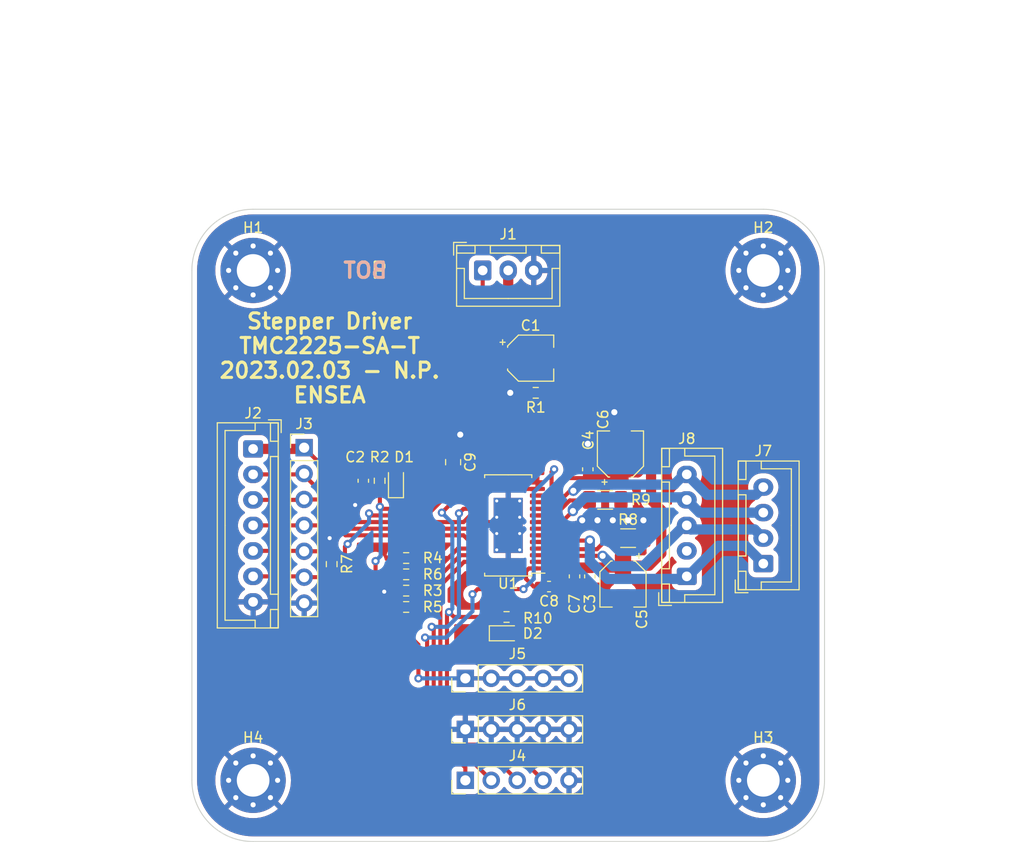
<source format=kicad_pcb>
(kicad_pcb (version 20211014) (generator pcbnew)
  (layers (0 "F.Cu" signal) (31 "B.Cu" signal) (34 "B.Paste" user) (35 "F.Paste" user) (36 "B.SilkS" user "B.Silkscreen") (37 "F.SilkS" user "F.Silkscreen") (38 "B.Mask" user) (39 "F.Mask" user) (44 "Edge.Cuts" user))
  (net 0 "")
  (net 1 "VCC")
  (net 2 "Net-(C1-Pad2)")
  (net 3 "+3.3V")
  (net 4 "GND")
  (net 5 "Net-(C8-Pad1)")
  (net 6 "Net-(C8-Pad2)")
  (net 7 "Net-(D1-Pad2)")
  (net 8 "Net-(D2-Pad2)")
  (net 9 "DIR")
  (net 10 "STEP")
  (net 11 "CLK")
  (net 12 "UART_TX")
  (net 13 "UART_RX")
  (net 14 "VREF")
  (net 15 "SPREAD")
  (net 16 "INDEX")
  (net 17 "DIAG")
  (net 20 "OA1")
  (net 21 "OA2")
  (net 22 "OB1")
  (net 23 "VCP")
  (net 24 "5VOUT")
  (net 25 "MS1")
  (net 26 "MS2")
  (net 27 "BRA")
  (net 28 "BRB")
  (net 29 "OB2")
  (footprint "Capacitor_SMD:C_0603_1608Metric_Pad1.08x0.95mm_HandSolder" (layer "F.Cu") (at 62.8 49.5 90)
    (fp_text reference "C4" (at 2.85 0.05 90) (layer "F.SilkS"))
    (fp_text value "100nF")
    (pad "1" smd roundrect (at -0.8625 0 90) (size 1.075 0.95) (layers "F.Cu" "F.Paste" "F.Mask") (net 1 "VCC"))
    (pad "2" smd roundrect (at 0.8625 0 90) (size 1.075 0.95) (layers "F.Cu" "F.Paste" "F.Mask") (net 4 "GND"))
  )
  (footprint "MountingHole:MountingHole_3.2mm_M3_Pad_Via" (layer "F.Cu") (at 80 80)
    (fp_text reference "H3" (at 0 -4.2) (layer "F.SilkS"))
    (fp_text value "MountingHole_Pad")
    (pad "1" thru_hole circle (at 0 -2.4) (size 0.8 0.8) (drill 0.5) (layers *.Cu *.Mask) (net 4 "GND"))
    (pad "1" thru_hole circle (at -1.697056 -1.697056) (size 0.8 0.8) (drill 0.5) (layers *.Cu *.Mask) (net 4 "GND"))
    (pad "1" thru_hole circle (at 1.697056 -1.697056) (size 0.8 0.8) (drill 0.5) (layers *.Cu *.Mask) (net 4 "GND"))
    (pad "1" thru_hole circle (at 1.697056 1.697056) (size 0.8 0.8) (drill 0.5) (layers *.Cu *.Mask) (net 4 "GND"))
    (pad "1" thru_hole circle (at 0 2.4) (size 0.8 0.8) (drill 0.5) (layers *.Cu *.Mask) (net 4 "GND"))
    (pad "1" thru_hole circle (at 0 0) (size 6.4 6.4) (drill 3.2) (layers *.Cu *.Mask) (net 4 "GND"))
    (pad "1" thru_hole circle (at -2.4 0) (size 0.8 0.8) (drill 0.5) (layers *.Cu *.Mask) (net 4 "GND"))
    (pad "1" thru_hole circle (at -1.697056 1.697056) (size 0.8 0.8) (drill 0.5) (layers *.Cu *.Mask) (net 4 "GND"))
    (pad "1" thru_hole circle (at 2.4 0) (size 0.8 0.8) (drill 0.5) (layers *.Cu *.Mask) (net 4 "GND"))
  )
  (footprint "Connector_PinHeader_2.54mm:PinHeader_1x07_P2.54mm_Vertical" (layer "F.Cu") (at 35 47.38)
    (fp_text reference "J3" (at 0 -2.33) (layer "F.SilkS"))
    (fp_text value "Conn_01x07")
    (pad "1" thru_hole rect (at 0 0) (size 1.7 1.7) (drill 1) (layers *.Cu *.Mask) (net 3 "+3.3V"))
    (pad "2" thru_hole oval (at 0 2.54) (size 1.7 1.7) (drill 1) (layers *.Cu *.Mask) (net 9 "DIR"))
    (pad "3" thru_hole oval (at 0 5.08) (size 1.7 1.7) (drill 1) (layers *.Cu *.Mask) (net 10 "STEP"))
    (pad "4" thru_hole oval (at 0 7.62) (size 1.7 1.7) (drill 1) (layers *.Cu *.Mask) (net 11 "CLK"))
    (pad "5" thru_hole oval (at 0 10.16) (size 1.7 1.7) (drill 1) (layers *.Cu *.Mask) (net 12 "UART_TX"))
    (pad "6" thru_hole oval (at 0 12.7) (size 1.7 1.7) (drill 1) (layers *.Cu *.Mask) (net 13 "UART_RX"))
    (pad "7" thru_hole oval (at 0 15.24) (size 1.7 1.7) (drill 1) (layers *.Cu *.Mask) (net 4 "GND"))
  )
  (footprint "Connector_PinHeader_2.54mm:PinHeader_1x05_P2.54mm_Vertical" (layer "F.Cu") (at 50.8 75 90)
    (fp_text reference "J6" (at 2.4 5.1 180) (layer "F.SilkS"))
    (fp_text value "Conn_01x05")
    (pad "1" thru_hole rect (at 0 0 90) (size 1.7 1.7) (drill 1) (layers *.Cu *.Mask) (net 4 "GND"))
    (pad "2" thru_hole oval (at 0 2.54 90) (size 1.7 1.7) (drill 1) (layers *.Cu *.Mask) (net 4 "GND"))
    (pad "3" thru_hole oval (at 0 5.08 90) (size 1.7 1.7) (drill 1) (layers *.Cu *.Mask) (net 4 "GND"))
    (pad "4" thru_hole oval (at 0 7.62 90) (size 1.7 1.7) (drill 1) (layers *.Cu *.Mask) (net 4 "GND"))
    (pad "5" thru_hole oval (at 0 10.16 90) (size 1.7 1.7) (drill 1) (layers *.Cu *.Mask) (net 4 "GND"))
  )
  (footprint "Resistor_SMD:R_0603_1608Metric_Pad0.98x0.95mm_HandSolder" (layer "F.Cu") (at 57.7 42 180)
    (fp_text reference "R1" (at 0 -1.43) (layer "F.SilkS"))
    (fp_text value "110m")
    (pad "1" smd roundrect (at -0.9125 0 180) (size 0.975 0.95) (layers "F.Cu" "F.Paste" "F.Mask") (net 2 "Net-(C1-Pad2)"))
    (pad "2" smd roundrect (at 0.9125 0 180) (size 0.975 0.95) (layers "F.Cu" "F.Paste" "F.Mask") (net 4 "GND"))
  )
  (footprint "Resistor_SMD:R_0603_1608Metric_Pad0.98x0.95mm_HandSolder" (layer "F.Cu") (at 42.4 50.625 90)
    (fp_text reference "R2" (at 2.325 0 180) (layer "F.SilkS"))
    (fp_text value "1k")
    (pad "1" smd roundrect (at -0.9125 0 90) (size 0.975 0.95) (layers "F.Cu" "F.Paste" "F.Mask") (net 3 "+3.3V"))
    (pad "2" smd roundrect (at 0.9125 0 90) (size 0.975 0.95) (layers "F.Cu" "F.Paste" "F.Mask") (net 7 "Net-(D1-Pad2)"))
  )
  (footprint "Resistor_SMD:R_0603_1608Metric_Pad0.98x0.95mm_HandSolder" (layer "F.Cu") (at 45 61.4)
    (fp_text reference "R6" (at 2.6 -1.6) (layer "F.SilkS"))
    (fp_text value "0R")
    (pad "1" smd roundrect (at -0.9125 0) (size 0.975 0.95) (layers "F.Cu" "F.Paste" "F.Mask") (net 4 "GND"))
    (pad "2" smd roundrect (at 0.9125 0) (size 0.975 0.95) (layers "F.Cu" "F.Paste" "F.Mask") (net 26 "MS2"))
  )
  (footprint "Capacitor_SMD:C_0603_1608Metric_Pad1.08x0.95mm_HandSolder" (layer "F.Cu") (at 59 61 180)
    (fp_text reference "C8" (at 0 -1.43) (layer "F.SilkS"))
    (fp_text value "22nF")
    (pad "1" smd roundrect (at -0.8625 0 180) (size 1.075 0.95) (layers "F.Cu" "F.Paste" "F.Mask") (net 5 "Net-(C8-Pad1)"))
    (pad "2" smd roundrect (at 0.8625 0 180) (size 1.075 0.95) (layers "F.Cu" "F.Paste" "F.Mask") (net 6 "Net-(C8-Pad2)"))
  )
  (footprint "MountingHole:MountingHole_3.2mm_M3_Pad_Via" (layer "F.Cu") (at 80 30)
    (fp_text reference "H2" (at 0 -4.2) (layer "F.SilkS"))
    (fp_text value "MountingHole_Pad")
    (pad "1" thru_hole circle (at -2.4 0) (size 0.8 0.8) (drill 0.5) (layers *.Cu *.Mask) (net 4 "GND"))
    (pad "1" thru_hole circle (at 2.4 0) (size 0.8 0.8) (drill 0.5) (layers *.Cu *.Mask) (net 4 "GND"))
    (pad "1" thru_hole circle (at -1.697056 1.697056) (size 0.8 0.8) (drill 0.5) (layers *.Cu *.Mask) (net 4 "GND"))
    (pad "1" thru_hole circle (at 1.697056 -1.697056) (size 0.8 0.8) (drill 0.5) (layers *.Cu *.Mask) (net 4 "GND"))
    (pad "1" thru_hole circle (at -1.697056 -1.697056) (size 0.8 0.8) (drill 0.5) (layers *.Cu *.Mask) (net 4 "GND"))
    (pad "1" thru_hole circle (at 1.697056 1.697056) (size 0.8 0.8) (drill 0.5) (layers *.Cu *.Mask) (net 4 "GND"))
    (pad "1" thru_hole circle (at 0 -2.4) (size 0.8 0.8) (drill 0.5) (layers *.Cu *.Mask) (net 4 "GND"))
    (pad "1" thru_hole circle (at 0 0) (size 6.4 6.4) (drill 3.2) (layers *.Cu *.Mask) (net 4 "GND"))
    (pad "1" thru_hole circle (at 0 2.4) (size 0.8 0.8) (drill 0.5) (layers *.Cu *.Mask) (net 4 "GND"))
  )
  (footprint "Resistor_SMD:R_0603_1608Metric_Pad0.98x0.95mm_HandSolder" (layer "F.Cu") (at 45 63 180)
    (fp_text reference "R5" (at -2.6 0) (layer "F.SilkS"))
    (fp_text value "0R")
    (pad "1" smd roundrect (at -0.9125 0 180) (size 0.975 0.95) (layers "F.Cu" "F.Paste" "F.Mask") (net 26 "MS2"))
    (pad "2" smd roundrect (at 0.9125 0 180) (size 0.975 0.95) (layers "F.Cu" "F.Paste" "F.Mask") (net 3 "+3.3V"))
  )
  (footprint "Capacitor_SMD:C_0603_1608Metric_Pad1.08x0.95mm_HandSolder" (layer "F.Cu") (at 61.5 60 -90)
    (fp_text reference "C7" (at 2.7 0 90) (layer "F.SilkS"))
    (fp_text value "100nF")
    (pad "1" smd roundrect (at -0.8625 0 270) (size 1.075 0.95) (layers "F.Cu" "F.Paste" "F.Mask") (net 1 "VCC"))
    (pad "2" smd roundrect (at 0.8625 0 270) (size 1.075 0.95) (layers "F.Cu" "F.Paste" "F.Mask") (net 23 "VCP"))
  )
  (footprint "Resistor_SMD:R_0603_1608Metric_Pad0.98x0.95mm_HandSolder" (layer "F.Cu") (at 45 59.8 180)
    (fp_text reference "R3" (at -2.6 -1.6) (layer "F.SilkS"))
    (fp_text value "0R")
    (pad "1" smd roundrect (at -0.9125 0 180) (size 0.975 0.95) (layers "F.Cu" "F.Paste" "F.Mask") (net 25 "MS1"))
    (pad "2" smd roundrect (at 0.9125 0 180) (size 0.975 0.95) (layers "F.Cu" "F.Paste" "F.Mask") (net 3 "+3.3V"))
  )
  (footprint "Capacitor_SMD:CP_Elec_4x5.7" (layer "F.Cu") (at 57.2 38.6)
    (fp_text reference "C1" (at 0 -3.2) (layer "F.SilkS"))
    (fp_text value "10uF")
    (pad "1" smd roundrect (at -1.8 0) (size 2.6 1.6) (layers "F.Cu" "F.Paste" "F.Mask") (roundrect_rratio 0.15625) (net 1 "VCC"))
    (pad "2" smd roundrect (at 1.8 0) (size 2.6 1.6) (layers "F.Cu" "F.Paste" "F.Mask") (roundrect_rratio 0.15625) (net 2 "Net-(C1-Pad2)"))
  )
  (footprint "Connector_PinHeader_2.54mm:PinHeader_1x05_P2.54mm_Vertical" (layer "F.Cu") (at 50.8 80 90)
    (fp_text reference "J4" (at 2.4 5.1) (layer "F.SilkS"))
    (fp_text value "Conn_01x05")
    (pad "1" thru_hole rect (at 0 0 90) (size 1.7 1.7) (drill 1) (layers *.Cu *.Mask) (net 14 "VREF"))
    (pad "2" thru_hole oval (at 0 2.54 90) (size 1.7 1.7) (drill 1) (layers *.Cu *.Mask) (net 15 "SPREAD"))
    (pad "3" thru_hole oval (at 0 5.08 90) (size 1.7 1.7) (drill 1) (layers *.Cu *.Mask) (net 16 "INDEX"))
    (pad "4" thru_hole oval (at 0 7.62 90) (size 1.7 1.7) (drill 1) (layers *.Cu *.Mask) (net 17 "DIAG"))
    (pad "5" thru_hole oval (at 0 10.16 90) (size 1.7 1.7) (drill 1) (layers *.Cu *.Mask) (net 4 "GND"))
  )
  (footprint "Connector_PinHeader_2.54mm:PinHeader_1x05_P2.54mm_Vertical" (layer "F.Cu") (at 50.8 70 90)
    (fp_text reference "J5" (at 2.4 5.1 180) (layer "F.SilkS"))
    (fp_text value "Conn_01x05")
    (pad "1" thru_hole rect (at 0 0 90) (size 1.7 1.7) (drill 1) (layers *.Cu *.Mask) (net 3 "+3.3V"))
    (pad "2" thru_hole oval (at 0 2.54 90) (size 1.7 1.7) (drill 1) (layers *.Cu *.Mask) (net 3 "+3.3V"))
    (pad "3" thru_hole oval (at 0 5.08 90) (size 1.7 1.7) (drill 1) (layers *.Cu *.Mask) (net 3 "+3.3V"))
    (pad "4" thru_hole oval (at 0 7.62 90) (size 1.7 1.7) (drill 1) (layers *.Cu *.Mask) (net 3 "+3.3V"))
    (pad "5" thru_hole oval (at 0 10.16 90) (size 1.7 1.7) (drill 1) (layers *.Cu *.Mask) (net 3 "+3.3V"))
  )
  (footprint "MountingHole:MountingHole_3.2mm_M3_Pad_Via" (layer "F.Cu") (at 30 80)
    (fp_text reference "H4" (at 0 -4.2) (layer "F.SilkS"))
    (fp_text value "MountingHole_Pad")
    (pad "1" thru_hole circle (at -1.697056 1.697056) (size 0.8 0.8) (drill 0.5) (layers *.Cu *.Mask) (net 4 "GND"))
    (pad "1" thru_hole circle (at -2.4 0) (size 0.8 0.8) (drill 0.5) (layers *.Cu *.Mask) (net 4 "GND"))
    (pad "1" thru_hole circle (at 0 -2.4) (size 0.8 0.8) (drill 0.5) (layers *.Cu *.Mask) (net 4 "GND"))
    (pad "1" thru_hole circle (at 0 0) (size 6.4 6.4) (drill 3.2) (layers *.Cu *.Mask) (net 4 "GND"))
    (pad "1" thru_hole circle (at 1.697056 -1.697056) (size 0.8 0.8) (drill 0.5) (layers *.Cu *.Mask) (net 4 "GND"))
    (pad "1" thru_hole circle (at 0 2.4) (size 0.8 0.8) (drill 0.5) (layers *.Cu *.Mask) (net 4 "GND"))
    (pad "1" thru_hole circle (at -1.697056 -1.697056) (size 0.8 0.8) (drill 0.5) (layers *.Cu *.Mask) (net 4 "GND"))
    (pad "1" thru_hole circle (at 2.4 0) (size 0.8 0.8) (drill 0.5) (layers *.Cu *.Mask) (net 4 "GND"))
    (pad "1" thru_hole circle (at 1.697056 1.697056) (size 0.8 0.8) (drill 0.5) (layers *.Cu *.Mask) (net 4 "GND"))
  )
  (footprint "Resistor_SMD:R_0603_1608Metric_Pad0.98x0.95mm_HandSolder" (layer "F.Cu") (at 37.7 58.8 90)
    (fp_text reference "R7" (at 0 1.5 90) (layer "F.SilkS"))
    (fp_text value "1k")
    (pad "1" smd roundrect (at -0.9125 0 90) (size 0.975 0.95) (layers "F.Cu" "F.Paste" "F.Mask") (net 13 "UART_RX"))
    (pad "2" smd roundrect (at 0.9125 0 90) (size 0.975 0.95) (layers "F.Cu" "F.Paste" "F.Mask") (net 12 "UART_TX"))
  )
  (footprint "Capacitor_SMD:CP_Elec_4x5.7" (layer "F.Cu") (at 66 48 90)
    (fp_text reference "C6" (at 3.4 -1.7 90) (layer "F.SilkS"))
    (fp_text value "10uF")
    (pad "1" smd roundrect (at -1.8 0 90) (size 2.6 1.6) (layers "F.Cu" "F.Paste" "F.Mask") (roundrect_rratio 0.15625) (net 1 "VCC"))
    (pad "2" smd roundrect (at 1.8 0 90) (size 2.6 1.6) (layers "F.Cu" "F.Paste" "F.Mask") (roundrect_rratio 0.15625) (net 4 "GND"))
  )
  (footprint "LED_SMD:LED_0603_1608Metric_Pad1.05x0.95mm_HandSolder" (layer "F.Cu") (at 44 50.625 90)
    (fp_text reference "D1" (at 2.325 0.8 180) (layer "F.SilkS"))
    (fp_text value "LED")
    (pad "1" smd roundrect (at -0.875 0 90) (size 1.05 0.95) (layers "F.Cu" "F.Paste" "F.Mask") (net 4 "GND"))
    (pad "2" smd roundrect (at 0.875 0 90) (size 1.05 0.95) (layers "F.Cu" "F.Paste" "F.Mask") (net 7 "Net-(D1-Pad2)"))
  )
  (footprint "LED_SMD:LED_0603_1608Metric_Pad1.05x0.95mm_HandSolder" (layer "F.Cu") (at 54.8125 65.58125)
    (fp_text reference "D2" (at 2.5875 0.01875) (layer "F.SilkS"))
    (fp_text value "LED")
    (pad "1" smd roundrect (at -0.875 0) (size 1.05 0.95) (layers "F.Cu" "F.Paste" "F.Mask") (net 4 "GND"))
    (pad "2" smd roundrect (at 0.875 0) (size 1.05 0.95) (layers "F.Cu" "F.Paste" "F.Mask") (net 8 "Net-(D2-Pad2)"))
  )
  (footprint "Resistor_SMD:R_0603_1608Metric_Pad0.98x0.95mm_HandSolder" (layer "F.Cu") (at 45 58.2)
    (fp_text reference "R4" (at 2.6 0) (layer "F.SilkS"))
    (fp_text value "0R")
    (pad "1" smd roundrect (at -0.9125 0) (size 0.975 0.95) (layers "F.Cu" "F.Paste" "F.Mask") (net 4 "GND"))
    (pad "2" smd roundrect (at 0.9125 0) (size 0.975 0.95) (layers "F.Cu" "F.Paste" "F.Mask") (net 25 "MS1"))
  )
  (footprint "Connector_JST:JST_XH_B7B-XH-A_1x07_P2.50mm_Vertical" (layer "F.Cu") (at 30 47.5 -90)
    (fp_text reference "J2" (at -3.5 0 180) (layer "F.SilkS"))
    (fp_text value "Conn_01x07")
    (pad "1" thru_hole roundrect (at 0 0 270) (size 1.7 1.95) (drill 0.95) (layers *.Cu *.Mask) (roundrect_rratio 0.1470588235) (net 3 "+3.3V"))
    (pad "2" thru_hole oval (at 2.5 0 270) (size 1.7 1.95) (drill 0.95) (layers *.Cu *.Mask) (net 9 "DIR"))
    (pad "3" thru_hole oval (at 5 0 270) (size 1.7 1.95) (drill 0.95) (layers *.Cu *.Mask) (net 10 "STEP"))
    (pad "4" thru_hole oval (at 7.5 0 270) (size 1.7 1.95) (drill 0.95) (layers *.Cu *.Mask) (net 11 "CLK"))
    (pad "5" thru_hole oval (at 10 0 270) (size 1.7 1.95) (drill 0.95) (layers *.Cu *.Mask) (net 12 "UART_TX"))
    (pad "6" thru_hole oval (at 12.5 0 270) (size 1.7 1.95) (drill 0.95) (layers *.Cu *.Mask) (net 13 "UART_RX"))
    (pad "7" thru_hole oval (at 15 0 270) (size 1.7 1.95) (drill 0.95) (layers *.Cu *.Mask) (net 4 "GND"))
  )
  (footprint "Connector_JST:JST_XH_B5B-XH-A_1x05_P2.50mm_Vertical" (layer "F.Cu") (at 72.5 60 90)
    (fp_text reference "J8" (at 13.5 0) (layer "F.SilkS"))
    (fp_text value "Conn_01x05_Female")
    (pad "1" thru_hole roundrect (at 0 0 90) (size 1.7 1.95) (drill 0.95) (layers *.Cu *.Mask) (roundrect_rratio 0.1470588235) (net 20 "OA1"))
    (pad "2" thru_hole oval (at 2.5 0 90) (size 1.7 1.95) (drill 0.95) (layers *.Cu *.Mask))
    (pad "3" thru_hole oval (at 5 0 90) (size 1.7 1.95) (drill 0.95) (layers *.Cu *.Mask) (net 21 "OA2"))
    (pad "4" thru_hole oval (at 7.5 0 90) (size 1.7 1.95) (drill 0.95) (layers *.Cu *.Mask) (net 22 "OB1"))
    (pad "5" thru_hole oval (at 10 0 90) (size 1.7 1.95) (drill 0.95) (layers *.Cu *.Mask) (net 29 "OB2"))
  )
  (footprint "Resistor_SMD:R_1206_3216Metric_Pad1.30x1.75mm_HandSolder" (layer "F.Cu") (at 64.5 52.5)
    (fp_text reference "R9" (at 3.5 0) (layer "F.SilkS"))
    (fp_text value "150m")
    (pad "1" smd roundrect (at -1.55 0) (size 1.3 1.75) (layers "F.Cu" "F.Paste" "F.Mask") (roundrect_rratio 0.1923076923) (net 28 "BRB"))
    (pad "2" smd roundrect (at 1.55 0) (size 1.3 1.75) (layers "F.Cu" "F.Paste" "F.Mask") (roundrect_rratio 0.1923076923) (net 4 "GND"))
  )
  (footprint "Resistor_SMD:R_0603_1608Metric_Pad0.98x0.95mm_HandSolder" (layer "F.Cu") (at 54.8375 63.98125 180)
    (fp_text reference "R10" (at -3.0625 -0.11875) (layer "F.SilkS"))
    (fp_text value "1k")
    (pad "1" smd roundrect (at -0.9125 0 180) (size 0.975 0.95) (layers "F.Cu" "F.Paste" "F.Mask") (net 8 "Net-(D2-Pad2)"))
    (pad "2" smd roundrect (at 0.9125 0 180) (size 0.975 0.95) (layers "F.Cu" "F.Paste" "F.Mask") (net 17 "DIAG"))
  )
  (footprint "Package_SO:HTSSOP-28-1EP_4.4x9.7mm_P0.65mm_EP2.85x5.4mm_ThermalVias" (layer "F.Cu") (at 55 55 180)
    (fp_text reference "U1" (at 0 -5.7) (layer "F.SilkS"))
    (fp_text value "TMC2225-SA-T")
    (pad "1" smd roundrect (at -2.8625 -4.225 180) (size 1.475 0.4) (layers "F.Cu" "F.Paste" "F.Mask") (net 6 "Net-(C8-Pad2)"))
    (pad "2" smd roundrect (at -2.8625 -3.575 180) (size 1.475 0.4) (layers "F.Cu" "F.Paste" "F.Mask") (net 5 "Net-(C8-Pad1)"))
    (pad "3" smd roundrect (at -2.8625 -2.925 180) (size 1.475 0.4) (layers "F.Cu" "F.Paste" "F.Mask") (net 23 "VCP"))
    (pad "4" smd roundrect (at -2.8625 -2.275 180) (size 1.475 0.4) (layers "F.Cu" "F.Paste" "F.Mask") (net 1 "VCC"))
    (pad "5" smd roundrect (at -2.8625 -1.625 180) (size 1.475 0.4) (layers "F.Cu" "F.Paste" "F.Mask") (net 21 "OA2"))
    (pad "6" smd roundrect (at -2.8625 -0.975 180) (size 1.475 0.4) (layers "F.Cu" "F.Paste" "F.Mask") (net 27 "BRA"))
    (pad "7" smd roundrect (at -2.8625 -0.325 180) (size 1.475 0.4) (layers "F.Cu" "F.Paste" "F.Mask") (net 20 "OA1"))
    (pad "8" smd roundrect (at -2.8625 0.325 180) (size 1.475 0.4) (layers "F.Cu" "F.Paste" "F.Mask") (net 22 "OB1"))
    (pad "9" smd roundrect (at -2.8625 0.975 180) (size 1.475 0.4) (layers "F.Cu" "F.Paste" "F.Mask") (net 28 "BRB"))
    (pad "10" smd roundrect (at -2.8625 1.625 180) (size 1.475 0.4) (layers "F.Cu" "F.Paste" "F.Mask") (net 29 "OB2"))
    (pad "11" smd roundrect (at -2.8625 2.275 180) (size 1.475 0.4) (layers "F.Cu" "F.Paste" "F.Mask") (net 1 "VCC"))
    (pad "12" smd roundrect (at -2.8625 2.925 180) (size 1.475 0.4) (layers "F.Cu" "F.Paste" "F.Mask") (net 14 "VREF"))
    (pad "13" smd roundrect (at -2.8625 3.575 180) (size 1.475 0.4) (layers "F.Cu" "F.Paste" "F.Mask") (net 4 "GND"))
    (pad "14" smd roundrect (at -2.8625 4.225 180) (size 1.475 0.4) (layers "F.Cu" "F.Paste" "F.Mask") (net 4 "GND"))
    (pad "15" smd roundrect (at 2.8625 4.225 180) (size 1.475 0.4) (layers "F.Cu" "F.Paste" "F.Mask") (net 24 "5VOUT"))
    (pad "16" smd roundrect (at 2.8625 3.575 180) (size 1.475 0.4) (layers "F.Cu" "F.Paste" "F.Mask") (net 3 "+3.3V"))
    (pad "17" smd roundrect (at 2.8625 2.925 180) (size 1.475 0.4) (layers "F.Cu" "F.Paste" "F.Mask") (net 13 "UART_RX"))
    (pad "18" smd roundrect (at 2.8625 2.275 180) (size 1.475 0.4) (layers "F.Cu" "F.Paste" "F.Mask") (net 17 "DIAG"))
    (pad "19" smd roundrect (at 2.8625 1.625 180) (size 1.475 0.4) (layers "F.Cu" "F.Paste" "F.Mask") (net 15 "SPREAD"))
    (pad "20" smd roundrect (at 2.8625 0.975 180) (size 1.475 0.4) (layers "F.Cu" "F.Paste" "F.Mask") (net 9 "DIR"))
    (pad "21" smd roundrect (at 2.8625 0.325 180) (size 1.475 0.4) (layers "F.Cu" "F.Paste" "F.Mask") (net 4 "GND"))
    (pad "22" smd roundrect (at 2.8625 -0.325 180) (size 1.475 0.4) (layers "F.Cu" "F.Paste" "F.Mask") (net 10 "STEP"))
    (pad "23" smd roundrect (at 2.8625 -0.975 180) (size 1.475 0.4) (layers "F.Cu" "F.Paste" "F.Mask"))
    (pad "24" smd roundrect (at 2.8625 -1.625 180) (size 1.475 0.4) (layers "F.Cu" "F.Paste" "F.Mask") (net 11 "CLK"))
    (pad "25" smd roundrect (at 2.8625 -2.275 180) (size 1.475 0.4) (layers "F.Cu" "F.Paste" "F.Mask") (net 25 "MS1"))
    (pad "26" smd roundrect (at 2.8625 -2.925 180) (size 1.475 0.4) (layers "F.Cu" "F.Paste" "F.Mask") (net 26 "MS2"))
    (pad "27" smd roundrect (at 2.8625 -3.575 180) (size 1.475 0.4) (layers "F.Cu" "F.Paste" "F.Mask") (net 16 "INDEX"))
    (pad "28" smd roundrect (at 2.8625 -4.225 180) (size 1.475 0.4) (layers "F.Cu" "F.Paste" "F.Mask") (net 4 "GND"))
    (pad "29" thru_hole circle (at 1.125 -2.4 180) (size 0.6 0.6) (drill 0.3) (layers *.Cu) (net 4 "GND"))
    (pad "29" thru_hole circle (at -1.125 -2.4 180) (size 0.6 0.6) (drill 0.3) (layers *.Cu) (net 4 "GND"))
    (pad "29" thru_hole circle (at -1.125 2.4 180) (size 0.6 0.6) (drill 0.3) (layers *.Cu) (net 4 "GND"))
    (pad "29" smd rect (at 0 0 180) (size 2.85 5.4) (layers "F.Cu" "F.Mask") (net 4 "GND"))
    (pad "29" thru_hole circle (at 1.125 0.8 180) (size 0.6 0.6) (drill 0.3) (layers *.Cu) (net 4 "GND"))
    (pad "29" thru_hole circle (at 1.125 -0.8 180) (size 0.6 0.6) (drill 0.3) (layers *.Cu) (net 4 "GND"))
    (pad "29" thru_hole circle (at -1.125 -0.8 180) (size 0.6 0.6) (drill 0.3) (layers *.Cu) (net 4 "GND"))
    (pad "29" thru_hole circle (at -1.125 0.8 180) (size 0.6 0.6) (drill 0.3) (layers *.Cu) (net 4 "GND"))
    (pad "29" thru_hole circle (at 1.125 2.4 180) (size 0.6 0.6) (drill 0.3) (layers *.Cu) (net 4 "GND"))
    (pad "29" smd rect (at 0 0 180) (size 2.85 5.4) (layers "B.Cu") (net 4 "GND"))
  )
  (footprint "Connector_JST:JST_XH_B4B-XH-A_1x04_P2.50mm_Vertical" (layer "F.Cu") (at 80 58.75 90)
    (fp_text reference "J7" (at 11.05 0) (layer "F.SilkS"))
    (fp_text value "Conn_01x04_Female")
    (pad "1" thru_hole roundrect (at 0 0 90) (size 1.7 1.95) (drill 0.95) (layers *.Cu *.Mask) (roundrect_rratio 0.1470588235) (net 20 "OA1"))
    (pad "2" thru_hole oval (at 2.5 0 90) (size 1.7 1.95) (drill 0.95) (layers *.Cu *.Mask) (net 21 "OA2"))
    (pad "3" thru_hole oval (at 5 0 90) (size 1.7 1.95) (drill 0.95) (layers *.Cu *.Mask) (net 22 "OB1"))
    (pad "4" thru_hole oval (at 7.5 0 90) (size 1.7 1.95) (drill 0.95) (layers *.Cu *.Mask) (net 29 "OB2"))
  )
  (footprint "Capacitor_SMD:C_0603_1608Metric_Pad1.08x0.95mm_HandSolder" (layer "F.Cu") (at 40.8 50.625 90)
    (fp_text reference "C2" (at 2.325 -0.8) (layer "F.SilkS"))
    (fp_text value "100nF")
    (pad "1" smd roundrect (at -0.8625 0 90) (size 1.075 0.95) (layers "F.Cu" "F.Paste" "F.Mask") (net 3 "+3.3V"))
    (pad "2" smd roundrect (at 0.8625 0 90) (size 1.075 0.95) (layers "F.Cu" "F.Paste" "F.Mask") (net 4 "GND"))
  )
  (footprint "Connector_JST:JST_XH_B3B-XH-A_1x03_P2.50mm_Vertical" (layer "F.Cu") (at 52.5 30)
    (fp_text reference "J1" (at 2.5 -3.55) (layer "F.SilkS"))
    (fp_text value "Conn_01x03_Male")
    (pad "1" thru_hole roundrect (at 0 0) (size 1.7 1.95) (drill 0.95) (layers *.Cu *.Mask) (roundrect_rratio 0.1470588235) (net 3 "+3.3V"))
    (pad "2" thru_hole oval (at 2.5 0) (size 1.7 1.95) (drill 0.95) (layers *.Cu *.Mask) (net 1 "VCC"))
    (pad "3" thru_hole oval (at 5 0) (size 1.7 1.95) (drill 0.95) (layers *.Cu *.Mask) (net 4 "GND"))
  )
  (footprint "MountingHole:MountingHole_3.2mm_M3_Pad_Via" (layer "F.Cu") (at 30 30)
    (fp_text reference "H1" (at 0 -4.2) (layer "F.SilkS"))
    (fp_text value "MountingHole_Pad")
    (pad "1" thru_hole circle (at -1.697056 -1.697056) (size 0.8 0.8) (drill 0.5) (layers *.Cu *.Mask) (net 4 "GND"))
    (pad "1" thru_hole circle (at -1.697056 1.697056) (size 0.8 0.8) (drill 0.5) (layers *.Cu *.Mask) (net 4 "GND"))
    (pad "1" thru_hole circle (at 1.697056 -1.697056) (size 0.8 0.8) (drill 0.5) (layers *.Cu *.Mask) (net 4 "GND"))
    (pad "1" thru_hole circle (at 0 -2.4) (size 0.8 0.8) (drill 0.5) (layers *.Cu *.Mask) (net 4 "GND"))
    (pad "1" thru_hole circle (at 2.4 0) (size 0.8 0.8) (drill 0.5) (layers *.Cu *.Mask) (net 4 "GND"))
    (pad "1" thru_hole circle (at 1.697056 1.697056) (size 0.8 0.8) (drill 0.5) (layers *.Cu *.Mask) (net 4 "GND"))
    (pad "1" thru_hole circle (at 0 0) (size 6.4 6.4) (drill 3.2) (layers *.Cu *.Mask) (net 4 "GND"))
    (pad "1" thru_hole circle (at 0 2.4) (size 0.8 0.8) (drill 0.5) (layers *.Cu *.Mask) (net 4 "GND"))
    (pad "1" thru_hole circle (at -2.4 0) (size 0.8 0.8) (drill 0.5) (layers *.Cu *.Mask) (net 4 "GND"))
  )
  (footprint "Capacitor_SMD:C_0603_1608Metric_Pad1.08x0.95mm_HandSolder" (layer "F.Cu") (at 63 60 -90)
    (fp_text reference "C3" (at 2.7 0 90) (layer "F.SilkS"))
    (fp_text value "100nF")
    (pad "1" smd roundrect (at -0.8625 0 270) (size 1.075 0.95) (layers "F.Cu" "F.Paste" "F.Mask") (net 1 "VCC"))
    (pad "2" smd roundrect (at 0.8625 0 270) (size 1.075 0.95) (layers "F.Cu" "F.Paste" "F.Mask") (net 4 "GND"))
  )
  (footprint "Capacitor_SMD:C_0805_2012Metric_Pad1.18x1.45mm_HandSolder" (layer "F.Cu") (at 49.6 48.8 -90)
    (fp_text reference "C9" (at 0 -1.68 -270) (layer "F.SilkS"))
    (fp_text value "2.2uF")
    (pad "1" smd roundrect (at -1.0375 0 270) (size 1.175 1.45) (layers "F.Cu" "F.Paste" "F.Mask") (roundrect_rratio 0.2127659574) (net 4 "GND"))
    (pad "2" smd roundrect (at 1.0375 0 270) (size 1.175 1.45) (layers "F.Cu" "F.Paste" "F.Mask") (roundrect_rratio 0.2127659574) (net 24 "5VOUT"))
  )
  (footprint "Resistor_SMD:R_1206_3216Metric_Pad1.30x1.75mm_HandSolder" (layer "F.Cu") (at 66.75 56.25)
    (fp_text reference "R8" (at 0 -1.82) (layer "F.SilkS"))
    (fp_text value "150m")
    (pad "1" smd roundrect (at -1.55 0) (size 1.3 1.75) (layers "F.Cu" "F.Paste" "F.Mask") (roundrect_rratio 0.1923076923) (net 27 "BRA"))
    (pad "2" smd roundrect (at 1.55 0) (size 1.3 1.75) (layers "F.Cu" "F.Paste" "F.Mask") (roundrect_rratio 0.1923076923) (net 4 "GND"))
  )
  (footprint "Capacitor_SMD:CP_Elec_4x5.7" (layer "F.Cu") (at 66.25 60.75 -90)
    (fp_text reference "C5" (at 3.45 -1.85 90) (layer "F.SilkS"))
    (fp_text value "10uF")
    (pad "1" smd roundrect (at -1.8 0 270) (size 2.6 1.6) (layers "F.Cu" "F.Paste" "F.Mask") (roundrect_rratio 0.15625) (net 1 "VCC"))
    (pad "2" smd roundrect (at 1.8 0 270) (size 2.6 1.6) (layers "F.Cu" "F.Paste" "F.Mask") (roundrect_rratio 0.15625) (net 4 "GND"))
  )
  (gr_arc (start 24 30) (mid 25.757359 25.757359) (end 30 24) (layer "Edge.Cuts") (width 0.1))
  (gr_arc (start 30 86) (mid 25.757359 84.242641) (end 24 80) (layer "Edge.Cuts") (width 0.1))
  (gr_line (start 80 86) (end 30 86) (layer "Edge.Cuts") (width 0.1))
  (gr_arc (start 80 24) (mid 84.242641 25.757359) (end 86 30) (layer "Edge.Cuts") (width 0.1))
  (gr_line (start 30 24) (end 80 24) (layer "Edge.Cuts") (width 0.1))
  (gr_line (start 24 80) (end 24 30) (layer "Edge.Cuts") (width 0.1))
  (gr_arc (start 86 80) (mid 84.242641 84.242641) (end 80 86) (layer "Edge.Cuts") (width 0.1))
  (gr_line (start 86 30) (end 86 80) (layer "Edge.Cuts") (width 0.1))
  (gr_text "BOT" (at 41 30) (layer "B.SilkS") (effects (font (size 1.5 1.5) (thickness 0.3)) (justify mirror)))
  (gr_text "TOP" (at 41 30) (layer "F.SilkS") (effects (font (size 1.5 1.5) (thickness 0.3))))
  (gr_text "Stepper Driver\nTMC2225-SA-T\n2023.02.03 - N.P.\nENSEA" (at 37.5 38.6) (layer "F.SilkS") (effects (font (size 1.5 1.5) (thickness 0.3))))
  (segment (start 55 35.25) (end 55 36.75) (width 1) (layer "F.Cu") (net 1))
  (segment (start 55 30) (end 55 35.25) (width 1) (layer "F.Cu") (net 1))
  (segment (start 69 52.5) (end 70 53.5) (width 1) (layer "F.Cu") (net 1))
  (segment (start 59.9 51.1) (end 59.9 51.822055) (width 0.4) (layer "F.Cu") (net 1))
  (segment (start 62.8 50.3625) (end 65.4375 50.3625) (width 1) (layer "F.Cu") (net 1))
  (segment (start 63 59.1375) (end 66.0625 59.1375) (width 1) (layer "F.Cu") (net 1))
  (segment (start 69 45.25) (end 69 48.5) (width 1) (layer "F.Cu") (net 1))
  (segment (start 61.475976 59.1375) (end 61.5 59.1375) (width 0.4) (layer "F.Cu") (net 1))
  (segment (start 60.6375 50.3625) (end 59.9 51.1) (width 0.4) (layer "F.Cu") (net 1))
  (segment (start 70 57.75) (end 68.8 58.95) (width 1) (layer "F.Cu") (net 1))
  (segment (start 57.8625 57.275) (end 59.613477 57.275) (width 0.4) (layer "F.Cu") (net 1))
  (segment (start 69 48.5) (end 67.7 49.8) (width 1) (layer "F.Cu") (net 1))
  (segment (start 62.8 50.3625) (end 60.6375 50.3625) (width 0.4) (layer "F.Cu") (net 1))
  (segment (start 55 36.75) (end 60.5 36.75) (width 1) (layer "F.Cu") (net 1))
  (segment (start 70 53.5) (end 70 57.75) (width 1) (layer "F.Cu") (net 1))
  (segment (start 61.5 59.1375) (end 63 59.1375) (width 1) (layer "F.Cu") (net 1))
  (segment (start 69 48.5) (end 69 52.5) (width 1) (layer "F.Cu") (net 1))
  (segment (start 67.7 49.8) (end 66 49.8) (width 1) (layer "F.Cu") (net 1))
  (segment (start 65.4375 50.3625) (end 66 49.8) (width 1) (layer "F.Cu") (net 1))
  (segment (start 59.9 51.822055) (end 58.997055 52.725) (width 0.4) (layer "F.Cu") (net 1))
  (segment (start 55 38.2) (end 55.4 38.6) (width 1) (layer "F.Cu") (net 1))
  (segment (start 59.613477 57.275) (end 61.475976 59.1375) (width 0.4) (layer "F.Cu") (net 1))
  (segment (start 60.5 36.75) (end 69 45.25) (width 1) (layer "F.Cu") (net 1))
  (segment (start 58.997055 52.725) (end 57.8625 52.725) (width 0.4) (layer "F.Cu") (net 1))
  (segment (start 55 35.25) (end 55 38.2) (width 1) (layer "F.Cu") (net 1))
  (segment (start 66.0625 59.1375) (end 66.25 58.95) (width 0.4) (layer "F.Cu") (net 1))
  (segment (start 68.8 58.95) (end 66.25 58.95) (width 1) (layer "F.Cu") (net 1))
  (segment (start 59 41.6125) (end 58.6125 42) (width 1) (layer "F.Cu") (net 2))
  (segment (start 59 38.6) (end 59 41.6125) (width 1) (layer "F.Cu") (net 2))
  (segment (start 42 58.5) (end 42 60) (width 0.4) (layer "F.Cu") (net 3))
  (segment (start 42.2 59.8) (end 42 60) (width 0.4) (layer "F.Cu") (net 3))
  (segment (start 48 46.6) (end 48 50.7) (width 0.4) (layer "F.Cu") (net 3))
  (segment (start 48.725 51.425) (end 51.075 51.425) (width 0.4) (layer "F.Cu") (net 3))
  (segment (start 52.5 42.1) (end 48 46.6) (width 0.4) (layer "F.Cu") (net 3))
  (segment (start 48 50.7) (end 48.725 51.425) (width 0.4) (layer "F.Cu") (net 3))
  (segment (start 35 47.38) (end 36.75 49.13) (width 0.4) (layer "F.Cu") (net 3))
  (segment (start 50.8 70) (end 53.34 70) (width 0.4) (layer "F.Cu") (net 3))
  (segment (start 48.70368 51.425) (end 51.075 51.425) (width 0.4) (layer "F.Cu") (net 3))
  (segment (start 53.34 70) (end 55.88 70) (width 0.4) (layer "F.Cu") (net 3))
  (segment (start 46.2005 70) (end 46.2005 66.7005) (width 0.4) (layer "F.Cu") (net 3))
  (segment (start 58.42 70) (end 60.96 70) (width 0.4) (layer "F.Cu") (net 3))
  (segment (start 37.325976 51.4875) (end 40.8 51.4875) (width 0.4) (layer "F.Cu") (net 3))
  (segment (start 46.2005 66.7005) (end 44.0875 64.5875) (width 0.4) (layer "F.Cu") (net 3))
  (segment (start 51.075 51.425) (end 52.1375 51.425) (width 0.4) (layer "F.Cu") (net 3))
  (segment (start 46.75368 53.375) (end 48.70368 51.425) (width 0.4) (layer "F.Cu") (net 3))
  (segment (start 55.88 70) (end 58.42 70) (width 0.4) (layer "F.Cu") (net 3))
  (segment (start 42.25 63) (end 44.0875 63) (width 0.4) (layer "F.Cu") (net 3))
  (segment (start 34.88 47.5) (end 35 47.38) (width 1) (layer "F.Cu") (net 3))
  (segment (start 30 47.5) (end 34.88 47.5) (width 1) (layer "F.Cu") (net 3))
  (segment (start 42.4255 51.563) (end 42.4 51.5375) (width 0.4) (layer "F.Cu") (net 3))
  (segment (start 36.75 49.13) (end 36.75 50.911524) (width 0.4) (layer "F.Cu") (net 3))
  (segment (start 36.75 50.911524) (end 37.325976 51.4875) (width 0.4) (layer "F.Cu") (net 3))
  (segment (start 44.0875 59.8) (end 42.2 59.8) (width 0.4) (layer "F.Cu") (net 3))
  (segment (start 42.4255 53.1755) (end 42.625 53.375) (width 0.4) (layer "F.Cu") (net 3))
  (segment (start 42.4255 53.1755) (end 42.4255 51.563) (width 0.4) (layer "F.Cu") (net 3))
  (segment (start 44.0875 64.5875) (end 44.0875 63) (width 0.4) (layer "F.Cu") (net 3))
  (segment (start 42.35 51.4875) (end 42.4 51.5375) (width 0.4) (layer "F.Cu") (net 3))
  (segment (start 52.5 30) (end 52.5 42.1) (width 0.4) (layer "F.Cu") (net 3))
  (segment (start 42 60) (end 42 62.75) (width 0.4) (layer "F.Cu") (net 3))
  (segment (start 40.8 51.4875) (end 42.35 51.4875) (width 0.4) (layer "F.Cu") (net 3))
  (segment (start 42.625 53.375) (end 46.75368 53.375) (width 0.4) (layer "F.Cu") (net 3))
  (segment (start 42 62.75) (end 42.25 63) (width 0.4) (layer "F.Cu") (net 3))
  (via (at 42 58.5) (size 0.8) (drill 0.4) (layers "F.Cu" "B.Cu") (net 3))
  (via (at 42.4255 53.1755) (size 0.8) (drill 0.4) (layers "F.Cu" "B.Cu") (net 3))
  (via (at 46.2005 70) (size 0.8) (drill 0.4) (layers "F.Cu" "B.Cu") (net 3))
  (segment (start 42.5 53.25) (end 42.5 58) (width 0.4) (layer "B.Cu") (net 3))
  (segment (start 42.5 58) (end 42 58.5) (width 0.4) (layer "B.Cu") (net 3))
  (segment (start 50.8 70) (end 46.2005 70) (width 0.4) (layer "B.Cu") (net 3))
  (segment (start 60.96 70) (end 50.8 70) (width 0.4) (layer "B.Cu") (net 3))
  (segment (start 42.4255 53.1755) (end 42.5 53.25) (width 0.4) (layer "B.Cu") (net 3))
  (segment (start 57.8625 50.775) (end 56.225 50.775) (width 0.4) (layer "F.Cu") (net 4))
  (segment (start 42.9495 61.4) (end 42.8495 61.5) (width 0.4) (layer "F.Cu") (net 4))
  (segment (start 44.0875 61.4) (end 42.9495 61.4) (width 0.4) (layer "F.Cu") (net 4))
  (segment (start 55.575 51.425) (end 55.175 51.425) (width 0.4) (layer "F.Cu") (net 4))
  (segment (start 52.1375 54.675) (end 54.675 54.675) (width 0.4) (layer "F.Cu") (net 4))
  (segment (start 57.8625 51.425) (end 55.575 51.425) (width 0.4) (layer "F.Cu") (net 4))
  (segment (start 55 51.6) (end 55 55) (width 0.4) (layer "F.Cu") (net 4))
  (segment (start 56.225 50.775) (end 55.575 51.425) (width 0.4) (layer "F.Cu") (net 4))
  (segment (start 54.675 54.675) (end 55 55) (width 0.4) (layer "F.Cu") (net 4))
  (segment (start 55.175 51.425) (end 55 51.6) (width 0.4) (layer "F.Cu") (net 4))
  (via (at 62.8 47) (size 1) (drill 0.6) (layers "F.Cu" "B.Cu") (net 4))
  (via (at 55.2 42) (size 1) (drill 0.6) (layers "F.Cu" "B.Cu") (net 4))
  (via (at 65.25 54.5) (size 1) (drill 0.6) (layers "F.Cu" "B.Cu") (net 4))
  (via (at 50.3 46.1) (size 1) (drill 0.6) (layers "F.Cu" "B.Cu") (net 4))
  (via (at 68.25 54.5) (size 1) (drill 0.6) (layers "F.Cu" "B.Cu") (net 4))
  (via (at 66.75 54.5) (size 1) (drill 0.6) (layers "F.Cu" "B.Cu") (net 4))
  (via (at 62.25 54.5) (size 1) (drill 0.6) (layers "F.Cu" "B.Cu") (net 4))
  (via (at 63.75 54.5) (size 1) (drill 0.6) (layers "F.Cu" "B.Cu") (net 4))
  (via (at 42.8495 61.5) (size 0.8) (drill 0.4) (layers "F.Cu" "B.Cu") (net 4))
  (via (at 37.5 56.25) (size 0.8) (drill 0.4) (layers "F.Cu" "B.Cu") (net 4))
  (via (at 65.4 43.9) (size 1) (drill 0.6) (layers "F.Cu" "B.Cu") (net 4))
  (via (at 40 53) (size 0.8) (drill 0.4) (layers "F.Cu" "B.Cu") (net 4))
  (segment (start 59.075 58.575) (end 57.8625 58.575) (width 0.4) (layer "F.Cu") (net 5))
  (segment (start 59.8625 61) (end 59.8625 59.3625) (width 0.4) (layer "F.Cu") (net 5))
  (segment (start 59.8625 59.3625) (end 59.075 58.575) (width 0.4) (layer "F.Cu") (net 5))
  (segment (start 56.75 60.25) (end 57.5 61) (width 0.4) (layer "F.Cu") (net 6))
  (segment (start 57.025 59.225) (end 56.75 59.5) (width 0.4) (layer "F.Cu") (net 6))
  (segment (start 57.5 61) (end 58.1375 61) (width 0.4) (layer "F.Cu") (net 6))
  (segment (start 56.75 59.5) (end 56.75 60.25) (width 0.4) (layer "F.Cu") (net 6))
  (segment (start 57.8625 59.225) (end 57.025 59.225) (width 0.4) (layer "F.Cu") (net 6))
  (segment (start 43.9625 49.7125) (end 44 49.75) (width 0.4) (layer "F.Cu") (net 7))
  (segment (start 42.4 49.7125) (end 43.9625 49.7125) (width 0.4) (layer "F.Cu") (net 7))
  (segment (start 55.75 63.98125) (end 55.75 65.51875) (width 0.4) (layer "F.Cu") (net 8))
  (segment (start 30 50) (end 34.92 50) (width 0.4) (layer "F.Cu") (net 9))
  (segment (start 51.272183 54.025) (end 50.622183 54.675) (width 0.4) (layer "F.Cu") (net 9))
  (segment (start 50.622183 54.675) (end 39.594238 54.675) (width 0.4) (layer "F.Cu") (net 9))
  (segment (start 34.92 50) (end 35 49.92) (width 0.4) (layer "F.Cu") (net 9))
  (segment (start 35 50.080762) (end 35 49.92) (width 0.4) (layer "F.Cu") (net 9))
  (segment (start 52.1375 54.025) (end 51.272183 54.025) (width 0.4) (layer "F.Cu") (net 9))
  (segment (start 39.594238 54.675) (end 35 50.080762) (width 0.4) (layer "F.Cu") (net 9))
  (segment (start 30 52.5) (end 34.96 52.5) (width 0.4) (layer "F.Cu") (net 10))
  (segment (start 36.46 52.46) (end 39.325 55.325) (width 0.4) (layer "F.Cu") (net 10))
  (segment (start 34.96 52.5) (end 35 52.46) (width 0.4) (layer "F.Cu") (net 10))
  (segment (start 39.325 55.325) (end 52.1375 55.325) (width 0.4) (layer "F.Cu") (net 10))
  (segment (start 35 52.46) (end 36.46 52.46) (width 0.4) (layer "F.Cu") (net 10))
  (segment (start 50.622183 55.975) (end 51.272183 56.625) (width 0.4) (layer "F.Cu") (net 11))
  (segment (start 39.055762 55.975) (end 50.622183 55.975) (width 0.4) (layer "F.Cu") (net 11))
  (segment (start 30 55) (end 35 55) (width 0.4) (layer "F.Cu") (net 11))
  (segment (start 35 55) (end 38.080762 55) (width 0.4) (layer "F.Cu") (net 11))
  (segment (start 51.272183 56.625) (end 52.1375 56.625) (width 0.4) (layer "F.Cu") (net 11))
  (segment (start 38.080762 55) (end 39.055762 55.975) (width 0.4) (layer "F.Cu") (net 11))
  (segment (start 30 57.5) (end 34.96 57.5) (width 0.4) (layer "F.Cu") (net 12))
  (segment (start 35 57.54) (end 37.3525 57.54) (width 0.4) (layer "F.Cu") (net 12))
  (segment (start 34.96 57.5) (end 35 57.54) (width 0.4) (layer "F.Cu") (net 12))
  (segment (start 37.3525 57.54) (end 37.8 57.9875) (width 0.4) (layer "F.Cu") (net 12))
  (segment (start 52.1375 52.075) (end 48.972918 52.075) (width 0.4) (layer "F.Cu") (net 13))
  (segment (start 35 60.08) (end 37.5325 60.08) (width 0.4) (layer "F.Cu") (net 13))
  (segment (start 41.562688 54.025) (end 41.363188 53.8255) (width 0.4) (layer "F.Cu") (net 13))
  (segment (start 47.022918 54.025) (end 41.562688 54.025) (width 0.4) (layer "F.Cu") (net 13))
  (segment (start 39 57.086784) (end 39 59.5) (width 0.4) (layer "F.Cu") (net 13))
  (segment (start 48.972918 52.075) (end 47.022918 54.025) (width 0.4) (layer "F.Cu") (net 13))
  (segment (start 34.92 60) (end 35 60.08) (width 0.4) (layer "F.Cu") (net 13))
  (segment (start 38.7875 59.7125) (end 37.7 59.7125) (width 0.4) (layer "F.Cu") (net 13))
  (segment (start 30 60) (end 34.92 60) (width 0.4) (layer "F.Cu") (net 13))
  (segment (start 39.262284 56.8245) (end 39 57.086784) (width 0.4) (layer "F.Cu") (net 13))
  (segment (start 39 59.5) (end 38.7875 59.7125) (width 0.4) (layer "F.Cu") (net 13))
  (segment (start 37.5325 60.08) (end 37.8 59.8125) (width 0.4) (layer "F.Cu") (net 13))
  (via (at 41.363188 53.8255) (size 0.8) (drill 0.4) (layers "F.Cu" "B.Cu") (net 13))
  (via (at 39.262284 56.8245) (size 0.8) (drill 0.4) (layers "F.Cu" "B.Cu") (net 13))
  (segment (start 41.363188 53.8255) (end 41.363188 54.723596) (width 0.4) (layer "B.Cu") (net 13))
  (segment (start 41.363188 54.723596) (end 39.262284 56.8245) (width 0.4) (layer "B.Cu") (net 13))
  (segment (start 51.5 61.75) (end 52 61.25) (width 0.4) (layer "F.Cu") (net 14))
  (segment (start 59.25 49.75) (end 59.25 51.552817) (width 0.4) (layer "F.Cu") (net 14))
  (segment (start 50.8 78.75) (end 50.5 78.45) (width 0.4) (layer "F.Cu") (net 14))
  (segment (start 47.05 66.1995) (end 46.8505 66) (width 0.4) (layer "F.Cu") (net 14))
  (segment (start 52 61.25) (end 56.5 61.25) (width 0.4) (layer "F.Cu") (net 14))
  (segment (start 50.8 80) (end 50.8 78.75) (width 0.4) (layer "F.Cu") (net 14))
  (segment (start 59.5 49.5) (end 59.25 49.75) (width 0.4) (layer "F.Cu") (net 14))
  (segment (start 48.692285 78.45) (end 47.05 76.807715) (width 0.4) (layer "F.Cu") (net 14))
  (segment (start 47.05 72.5) (end 47.05 66.1995) (width 0.4) (layer "F.Cu") (net 14))
  (segment (start 59.25 51.552817) (end 58.727817 52.075) (width 0.4) (layer "F.Cu") (net 14))
  (segment (start 58.727817 52.075) (end 57.8625 52.075) (width 0.4) (layer "F.Cu") (net 14))
  (segment (start 47.05 76.807715) (end 47.05 72.5) (width 0.4) (layer "F.Cu") (net 14))
  (segment (start 50.5 78.45) (end 48.692285 78.45) (width 0.4) (layer "F.Cu") (net 14))
  (via (at 51.5 61.75) (size 0.8) (drill 0.4) (layers "F.Cu" "B.Cu") (net 14))
  (via (at 59.5 49.5) (size 0.8) (drill 0.4) (layers "F.Cu" "B.Cu") (net 14))
  (via (at 46.8505 66) (size 0.8) (drill 0.4) (layers "F.Cu" "B.Cu") (net 14))
  (via (at 56.5 61.25) (size 0.8) (drill 0.4) (layers "F.Cu" "B.Cu") (net 14))
  (segment (start 51.5 63.419239) (end 48.919239 66) (width 0.4) (layer "B.Cu") (net 14))
  (segment (start 59.5 49.5) (end 59.5 49.75) (width 0.4) (layer "B.Cu") (net 14))
  (segment (start 59.5 49.75) (end 57.5 51.75) (width 0.4) (layer "B.Cu") (net 14))
  (segment (start 57.5 51.75) (end 57.5 60.25) (width 0.4) (layer "B.Cu") (net 14))
  (segment (start 48.919239 66) (end 46.8505 66) (width 0.4) (layer "B.Cu") (net 14))
  (segment (start 51.5 61.75) (end 51.5 63.419239) (width 0.4) (layer "B.Cu") (net 14))
  (segment (start 57.5 60.25) (end 56.5 61.25) (width 0.4) (layer "B.Cu") (net 14))
  (segment (start 47.7 65.1495) (end 47.7 76.538477) (width 0.4) (layer "F.Cu") (net 15))
  (segment (start 47.5005 64.95) (end 47.7 65.1495) (width 0.4) (layer "F.Cu") (net 15))
  (segment (start 51.14 77.8) (end 53.34 80) (width 0.4) (layer "F.Cu") (net 15))
  (segment (start 52.1375 53.375) (end 50.623404 53.375) (width 0.4) (layer "F.Cu") (net 15))
  (segment (start 48.961524 77.8) (end 51.14 77.8) (width 0.4) (layer "F.Cu") (net 15))
  (segment (start 50.623404 53.375) (end 50.172904 53.8255) (width 0.4) (layer "F.Cu") (net 15))
  (segment (start 47.7 76.538477) (end 48.961524 77.8) (width 0.4) (layer "F.Cu") (net 15))
  (via (at 47.5005 64.95) (size 0.8) (drill 0.4) (layers "F.Cu" "B.Cu") (net 15))
  (via (at 50.172904 53.8255) (size 0.8) (drill 0.4) (layers "F.Cu" "B.Cu") (net 15))
  (segment (start 49.05 64.95) (end 50.172904 63.827096) (width 0.4) (layer "B.Cu") (net 15))
  (segment (start 50.172904 63.827096) (end 50.172904 61.422904) (width 0.4) (layer "B.Cu") (net 15))
  (segment (start 50.172904 53.8255) (end 50.172904 61.422904) (width 0.4) (layer "B.Cu") (net 15))
  (segment (start 47.5005 64.95) (end 49.05 64.95) (width 0.4) (layer "B.Cu") (net 15))
  (segment (start 48.35 60.9) (end 50.675 58.575) (width 0.4) (layer "F.Cu") (net 16))
  (segment (start 49.230762 77.15) (end 48.35 76.269238) (width 0.4) (layer "F.Cu") (net 16))
  (segment (start 48.35 76.269238) (end 48.35 60.9) (width 0.4) (layer "F.Cu") (net 16))
  (segment (start 53.03 77.15) (end 49.230762 77.15) (width 0.4) (layer "F.Cu") (net 16))
  (segment (start 55.88 80) (end 53.03 77.15) (width 0.4) (layer "F.Cu") (net 16))
  (segment (start 50.675 58.575) (end 52.1375 58.575) (width 0.4) (layer "F.Cu") (net 16))
  (segment (start 53.925 63.98125) (end 49.68075 63.98125) (width 0.4) (layer "F.Cu") (net 17))
  (segment (start 49.1995 63.5) (end 49 63.6995) (width 0.4) (layer "F.Cu") (net 17))
  (segment (start 49.68075 63.98125) (end 49.1995 63.5) (width 0.4) (layer "F.Cu") (net 17))
  (segment (start 49.805762 52.725) (end 49.525 52.725) (width 0.4) (layer "F.Cu") (net 17))
  (segment (start 49 76) (end 49.5 76.5) (width 0.4) (layer "F.Cu") (net 17))
  (segment (start 52.1375 52.725) (end 49.805762 52.725) (width 0.4) (layer "F.Cu") (net 17))
  (segment (start 49.525 52.725) (end 48.5 53.75) (width 0.4) (layer "F.Cu") (net 17))
  (segment (start 54.92 76.5) (end 58.42 80) (width 0.4) (layer "F.Cu") (net 17))
  (segment (start 49 63.6995) (end 49 76) (width 0.4) (layer "F.Cu") (net 17))
  (segment (start 49.5 76.5) (end 54.92 76.5) (width 0.4) (layer "F.Cu") (net 17))
  (via (at 48.5 53.75) (size 0.8) (drill 0.4) (layers "F.Cu" "B.Cu") (net 17))
  (via (at 49.1995 63.5) (size 0.8) (drill 0.4) (layers "F.Cu" "B.Cu") (net 17))
  (segment (start 49.522904 54.772904) (end 48.5 53.75) (width 0.4) (layer "B.Cu") (net 17))
  (segment (start 49.1995 63.5) (end 49.522904 63.176596) (width 0.4) (layer "B.Cu") (net 17))
  (segment (start 49.522904 63.176596) (end 49.522904 54.772904) (width 0.4) (layer "B.Cu") (net 17))
  (segment (start 61.584693 56.4885) (end 60.421194 55.325) (width 0.4) (layer "F.Cu") (net 20))
  (segment (start 60.421194 55.325) (end 57.8625 55.325) (width 0.4) (layer "F.Cu") (net 20))
  (segment (start 63 56.4885) (end 61.584693 56.4885) (width 0.4) (layer "F.Cu") (net 20))
  (via (at 63 56.4885) (size 1) (drill 0.6) (layers "F.Cu" "B.Cu") (net 20))
  (segment (start 75.6 57) (end 78.25 57) (width 1) (layer "B.Cu") (net 20))
  (segment (start 72.25 60.25) (end 72.5 60) (width 1) (layer "B.Cu") (net 20))
  (segment (start 64.744234 60.25) (end 72.25 60.25) (width 1) (layer "B.Cu") (net 20))
  (segment (start 63 56.4885) (end 63 58.505766) (width 1) (layer "B.Cu") (net 20))
  (segment (start 72.5 60) (end 72.6 60) (width 1) (layer "B.Cu") (net 20))
  (segment (start 78.25 57) (end 80 58.75) (width 1) (layer "B.Cu") (net 20))
  (segment (start 72.6 60) (end 75.6 57) (width 1) (layer "B.Cu") (net 20))
  (segment (start 63 58.505766) (end 64.744234 60.25) (width 1) (layer "B.Cu") (net 20))
  (segment (start 59.882716 56.625) (end 57.8625 56.625) (width 0.4) (layer "F.Cu") (net 21))
  (segment (start 64.25 57.988) (end 61.245715 57.988) (width 0.4) (layer "F.Cu") (net 21))
  (segment (start 61.245715 57.988) (end 59.882716 56.625) (width 0.4) (layer "F.Cu") (net 21))
  (via (at 64.25 57.988) (size 1) (drill 0.6) (layers "F.Cu" "B.Cu") (net 21))
  (segment (start 72.25 55) (end 72.5 55) (width 1) (layer "B.Cu") (net 21))
  (segment (start 72.5 55) (end 72.9 55.4) (width 1) (layer "B.Cu") (net 21))
  (segment (start 64.25 57.988) (end 65.262 59) (width 1) (layer "B.Cu") (net 21))
  (segment (start 72.9 55.4) (end 79.15 55.4) (width 1) (layer "B.Cu") (net 21))
  (segment (start 79.15 55.4) (end 80 56.25) (width 1) (layer "B.Cu") (net 21))
  (segment (start 65.262 59) (end 68.25 59) (width 1) (layer "B.Cu") (net 21))
  (segment (start 68.25 59) (end 72.25 55) (width 1) (layer "B.Cu") (net 21))
  (segment (start 61.340636 53.590636) (end 60.256272 54.675) (width 0.4) (layer "F.Cu") (net 22))
  (segment (start 60.256272 54.675) (end 57.8625 54.675) (width 0.4) (layer "F.Cu") (net 22))
  (via (at 61.340636 53.590636) (size 1) (drill 0.6) (layers "F.Cu" "B.Cu") (net 22))
  (segment (start 61.340636 53.590636) (end 61.340636 53.415162) (width 1) (layer "B.Cu") (net 22))
  (segment (start 61.340636 53.415162) (end 62.505798 52.25) (width 1) (layer "B.Cu") (net 22))
  (segment (start 73.75 53.75) (end 80 53.75) (width 1) (layer "B.Cu") (net 22))
  (segment (start 62.505798 52.25) (end 72.25 52.25) (width 1) (layer "B.Cu") (net 22))
  (segment (start 72.25 52.25) (end 72.5 52.5) (width 1) (layer "B.Cu") (net 22))
  (segment (start 72.5 52.5) (end 73.75 53.75) (width 1) (layer "B.Cu") (net 22))
  (segment (start 59.344238 57.925) (end 58.5 57.925) (width 0.4) (layer "F.Cu") (net 23))
  (segment (start 61.5 60.8625) (end 60.575 59.9375) (width 0.4) (layer "F.Cu") (net 23))
  (segment (start 60.575 59.155762) (end 59.344238 57.925) (width 0.4) (layer "F.Cu") (net 23))
  (segment (start 60.575 59.9375) (end 60.575 59.155762) (width 0.4) (layer "F.Cu") (net 23))
  (segment (start 49.775 50.775) (end 49.6 50.6) (width 0.4) (layer "F.Cu") (net 24))
  (segment (start 52.1375 50.775) (end 49.775 50.775) (width 0.4) (layer "F.Cu") (net 24))
  (segment (start 49.6 50.6) (end 49.6 49.8375) (width 0.4) (layer "F.Cu") (net 24))
  (segment (start 49.040381 58.290381) (end 50.055762 57.275) (width 0.4) (layer "F.Cu") (net 25))
  (segment (start 45.9125 58.2) (end 48.95 58.2) (width 0.4) (layer "F.Cu") (net 25))
  (segment (start 47.530762 59.8) (end 49.040381 58.290381) (width 0.4) (layer "F.Cu") (net 25))
  (segment (start 48.95 58.2) (end 49.040381 58.290381) (width 0.4) (layer "F.Cu") (net 25))
  (segment (start 50.055762 57.275) (end 52.1375 57.275) (width 0.4) (layer "F.Cu") (net 25))
  (segment (start 45.9125 59.8) (end 47.530762 59.8) (width 0.4) (layer "F.Cu") (net 25))
  (segment (start 47.7 62.05) (end 47.7 61.2) (width 0.4) (layer "F.Cu") (net 26))
  (segment (start 45.9125 63) (end 46.75 63) (width 0.4) (layer "F.Cu") (net 26))
  (segment (start 50.325 57.925) (end 47.7 60.55) (width 0.4) (layer "F.Cu") (net 26))
  (segment (start 47.7 60.55) (end 47.7 61.25) (width 0.4) (layer "F.Cu") (net 26))
  (segment (start 52.1375 57.925) (end 50.325 57.925) (width 0.4) (layer "F.Cu") (net 26))
  (segment (start 47.7 61.25) (end 47.55 61.4) (width 0.4) (layer "F.Cu") (net 26))
  (segment (start 46.75 63) (end 47.7 62.05) (width 0.4) (layer "F.Cu") (net 26))
  (segment (start 47.55 61.4) (end 45.9125 61.4) (width 0.4) (layer "F.Cu") (net 26))
  (segment (start 60.151955 55.975) (end 57.8625 55.975) (width 0.4) (layer "F.Cu") (net 27))
  (segment (start 61.514954 57.338) (end 60.151955 55.975) (width 0.4) (layer "F.Cu") (net 27))
  (segment (start 64.785918 56.25) (end 63.697918 57.338) (width 0.4) (layer "F.Cu") (net 27))
  (segment (start 63.697918 57.338) (end 61.514954 57.338) (width 0.4) (layer "F.Cu") (net 27))
  (segment (start 65.035918 56) (end 65.2 56) (width 0.4) (layer "F.Cu") (net 27))
  (segment (start 65.2 56.25) (end 64.785918 56.25) (width 0.4) (layer "F.Cu") (net 27))
  (segment (start 59.563476 54.025) (end 60.544238 53.044238) (width 0.4) (layer "F.Cu") (net 28))
  (segment (start 62.894 52.556) (end 61.044238 52.556) (width 0.4) (layer "F.Cu") (net 28))
  (segment (start 60.544238 53.044238) (end 61.044238 52.544238) (width 0.4) (layer "F.Cu") (net 28))
  (segment (start 57.8625 54.025) (end 59.563476 54.025) (width 0.4) (layer "F.Cu") (net 28))
  (segment (start 62.95 52.5) (end 62.894 52.556) (width 0.4) (layer "F.Cu") (net 28))
  (segment (start 59.294238 53.375) (end 57.8625 53.375) (width 0.4) (layer "F.Cu") (net 29))
  (segment (start 61.063238 51.606) (end 59.294238 53.375) (width 0.4) (layer "F.Cu") (net 29))
  (segment (start 61.382032 51.606) (end 61.063238 51.606) (width 0.4) (layer "F.Cu") (net 29))
  (via (at 61.382032 51.606) (size 1) (drill 0.6) (layers "F.Cu" "B.Cu") (net 29))
  (segment (start 71.258705 51) (end 72.258705 50) (width 1) (layer "B.Cu") (net 29))
  (segment (start 74.5 52) (end 79.25 52) (width 1) (layer "B.Cu") (net 29))
  (segment (start 72.5 50) (end 74.5 52) (width 1) (layer "B.Cu") (net 29))
  (segment (start 61.988032 51) (end 71.258705 51) (width 1) (layer "B.Cu") (net 29))
  (segment (start 61.382032 51.606) (end 61.988032 51) (width 1) (layer "B.Cu") (net 29))
  (segment (start 72.258705 50) (end 72.5 50) (width 1) (layer "B.Cu") (net 29))
  (segment (start 79.25 52) (end 80 51.25) (width 1) (layer "B.Cu") (net 29))
  (zone (net 4) (net_name "GND") (layers F&B.Cu) (connect_pads (clearance 0.508)) (min_thickness 0.254) (fill yes (thermal_gap 0.508) (thermal_bridge_width 0.508))
    (polygon (pts (xy 86 86) (xy 24 86) (xy 24 24) (xy 86 24)))
  )
)
</source>
